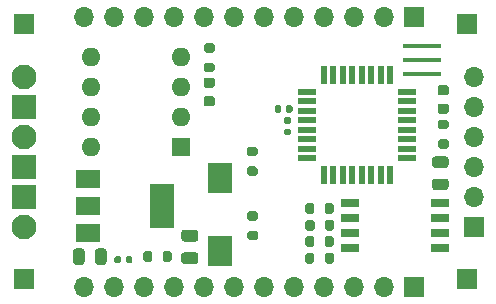
<source format=gbr>
%TF.GenerationSoftware,KiCad,Pcbnew,(5.1.7)-1*%
%TF.CreationDate,2021-02-02T18:20:17+09:00*%
%TF.ProjectId,canboard,63616e62-6f61-4726-942e-6b696361645f,rev?*%
%TF.SameCoordinates,Original*%
%TF.FileFunction,Soldermask,Top*%
%TF.FilePolarity,Negative*%
%FSLAX46Y46*%
G04 Gerber Fmt 4.6, Leading zero omitted, Abs format (unit mm)*
G04 Created by KiCad (PCBNEW (5.1.7)-1) date 2021-02-02 18:20:17*
%MOMM*%
%LPD*%
G01*
G04 APERTURE LIST*
%ADD10R,1.700000X1.700000*%
%ADD11C,2.100000*%
%ADD12R,2.100000X2.100000*%
%ADD13O,1.700000X1.700000*%
%ADD14R,3.200000X0.400000*%
%ADD15O,1.600000X1.600000*%
%ADD16R,1.600000X1.600000*%
%ADD17R,2.000000X1.500000*%
%ADD18R,2.000000X3.800000*%
%ADD19R,0.550000X1.600000*%
%ADD20R,1.600000X0.550000*%
%ADD21R,1.600000X0.760000*%
%ADD22R,2.000000X2.500000*%
G04 APERTURE END LIST*
D10*
%TO.C,REF\u002A\u002A*%
X245445000Y-31115000D03*
%TD*%
%TO.C,REF\u002A\u002A*%
X245445000Y-52705000D03*
%TD*%
%TO.C,REF\u002A\u002A*%
X207980000Y-52705000D03*
%TD*%
%TO.C,REF\u002A\u002A*%
X207980000Y-31115000D03*
%TD*%
D11*
%TO.C,J6*%
X207980000Y-48260000D03*
D12*
X207980000Y-45720000D03*
%TD*%
D10*
%TO.C,J3*%
X241000000Y-53340000D03*
D13*
X238460000Y-53340000D03*
X235920000Y-53340000D03*
X233380000Y-53340000D03*
X230840000Y-53340000D03*
X228300000Y-53340000D03*
X225760000Y-53340000D03*
X223220000Y-53340000D03*
X220680000Y-53340000D03*
X218140000Y-53340000D03*
X215600000Y-53340000D03*
X213060000Y-53340000D03*
%TD*%
D10*
%TO.C,J1*%
X241000000Y-30480000D03*
D13*
X238460000Y-30480000D03*
X235920000Y-30480000D03*
X233380000Y-30480000D03*
X230840000Y-30480000D03*
X228300000Y-30480000D03*
X225760000Y-30480000D03*
X223220000Y-30480000D03*
X220680000Y-30480000D03*
X218140000Y-30480000D03*
X215600000Y-30480000D03*
X213060000Y-30480000D03*
%TD*%
%TO.C,D3*%
G36*
G01*
X242748750Y-44186500D02*
X243661250Y-44186500D01*
G75*
G02*
X243905000Y-44430250I0J-243750D01*
G01*
X243905000Y-44917750D01*
G75*
G02*
X243661250Y-45161500I-243750J0D01*
G01*
X242748750Y-45161500D01*
G75*
G02*
X242505000Y-44917750I0J243750D01*
G01*
X242505000Y-44430250D01*
G75*
G02*
X242748750Y-44186500I243750J0D01*
G01*
G37*
G36*
G01*
X242748750Y-42311500D02*
X243661250Y-42311500D01*
G75*
G02*
X243905000Y-42555250I0J-243750D01*
G01*
X243905000Y-43042750D01*
G75*
G02*
X243661250Y-43286500I-243750J0D01*
G01*
X242748750Y-43286500D01*
G75*
G02*
X242505000Y-43042750I0J243750D01*
G01*
X242505000Y-42555250D01*
G75*
G02*
X242748750Y-42311500I243750J0D01*
G01*
G37*
%TD*%
%TO.C,D2*%
G36*
G01*
X213985500Y-51256250D02*
X213985500Y-50343750D01*
G75*
G02*
X214229250Y-50100000I243750J0D01*
G01*
X214716750Y-50100000D01*
G75*
G02*
X214960500Y-50343750I0J-243750D01*
G01*
X214960500Y-51256250D01*
G75*
G02*
X214716750Y-51500000I-243750J0D01*
G01*
X214229250Y-51500000D01*
G75*
G02*
X213985500Y-51256250I0J243750D01*
G01*
G37*
G36*
G01*
X212110500Y-51256250D02*
X212110500Y-50343750D01*
G75*
G02*
X212354250Y-50100000I243750J0D01*
G01*
X212841750Y-50100000D01*
G75*
G02*
X213085500Y-50343750I0J-243750D01*
G01*
X213085500Y-51256250D01*
G75*
G02*
X212841750Y-51500000I-243750J0D01*
G01*
X212354250Y-51500000D01*
G75*
G02*
X212110500Y-51256250I0J243750D01*
G01*
G37*
%TD*%
D14*
%TO.C,Y1*%
X241635000Y-35363000D03*
X241635000Y-34163000D03*
X241635000Y-32963000D03*
%TD*%
D15*
%TO.C,U3*%
X213614000Y-41529000D03*
X221234000Y-33909000D03*
X213614000Y-38989000D03*
X221234000Y-36449000D03*
X213614000Y-36449000D03*
X221234000Y-38989000D03*
X213614000Y-33909000D03*
D16*
X221234000Y-41529000D03*
%TD*%
D17*
%TO.C,U2*%
X213385000Y-44196000D03*
X213385000Y-48796000D03*
X213385000Y-46496000D03*
D18*
X219685000Y-46496000D03*
%TD*%
D19*
%TO.C,U1*%
X238961000Y-43906000D03*
X238161000Y-43906000D03*
X237361000Y-43906000D03*
X236561000Y-43906000D03*
X235761000Y-43906000D03*
X234961000Y-43906000D03*
X234161000Y-43906000D03*
X233361000Y-43906000D03*
D20*
X231911000Y-42456000D03*
X231911000Y-41656000D03*
X231911000Y-40856000D03*
X231911000Y-40056000D03*
X231911000Y-39256000D03*
X231911000Y-38456000D03*
X231911000Y-37656000D03*
X231911000Y-36856000D03*
D19*
X233361000Y-35406000D03*
X234161000Y-35406000D03*
X234961000Y-35406000D03*
X235761000Y-35406000D03*
X236561000Y-35406000D03*
X237361000Y-35406000D03*
X238161000Y-35406000D03*
X238961000Y-35406000D03*
D20*
X240411000Y-36856000D03*
X240411000Y-37656000D03*
X240411000Y-38456000D03*
X240411000Y-39256000D03*
X240411000Y-40056000D03*
X240411000Y-40856000D03*
X240411000Y-41656000D03*
X240411000Y-42456000D03*
%TD*%
D21*
%TO.C,SW2*%
X243205000Y-46228000D03*
X235585000Y-50038000D03*
X243205000Y-47498000D03*
X235585000Y-48768000D03*
X243205000Y-48768000D03*
X235585000Y-47498000D03*
X243205000Y-50038000D03*
X235585000Y-46228000D03*
%TD*%
D22*
%TO.C,SW1*%
X224536000Y-50292000D03*
X224536000Y-44132000D03*
%TD*%
%TO.C,R19*%
G36*
G01*
X223372000Y-34397000D02*
X223922000Y-34397000D01*
G75*
G02*
X224122000Y-34597000I0J-200000D01*
G01*
X224122000Y-34997000D01*
G75*
G02*
X223922000Y-35197000I-200000J0D01*
G01*
X223372000Y-35197000D01*
G75*
G02*
X223172000Y-34997000I0J200000D01*
G01*
X223172000Y-34597000D01*
G75*
G02*
X223372000Y-34397000I200000J0D01*
G01*
G37*
G36*
G01*
X223372000Y-32747000D02*
X223922000Y-32747000D01*
G75*
G02*
X224122000Y-32947000I0J-200000D01*
G01*
X224122000Y-33347000D01*
G75*
G02*
X223922000Y-33547000I-200000J0D01*
G01*
X223372000Y-33547000D01*
G75*
G02*
X223172000Y-33347000I0J200000D01*
G01*
X223172000Y-32947000D01*
G75*
G02*
X223372000Y-32747000I200000J0D01*
G01*
G37*
%TD*%
%TO.C,R18*%
G36*
G01*
X227605000Y-49421000D02*
X227055000Y-49421000D01*
G75*
G02*
X226855000Y-49221000I0J200000D01*
G01*
X226855000Y-48821000D01*
G75*
G02*
X227055000Y-48621000I200000J0D01*
G01*
X227605000Y-48621000D01*
G75*
G02*
X227805000Y-48821000I0J-200000D01*
G01*
X227805000Y-49221000D01*
G75*
G02*
X227605000Y-49421000I-200000J0D01*
G01*
G37*
G36*
G01*
X227605000Y-47771000D02*
X227055000Y-47771000D01*
G75*
G02*
X226855000Y-47571000I0J200000D01*
G01*
X226855000Y-47171000D01*
G75*
G02*
X227055000Y-46971000I200000J0D01*
G01*
X227605000Y-46971000D01*
G75*
G02*
X227805000Y-47171000I0J-200000D01*
G01*
X227805000Y-47571000D01*
G75*
G02*
X227605000Y-47771000I-200000J0D01*
G01*
G37*
%TD*%
%TO.C,R17*%
G36*
G01*
X218840000Y-50525000D02*
X218840000Y-51075000D01*
G75*
G02*
X218640000Y-51275000I-200000J0D01*
G01*
X218240000Y-51275000D01*
G75*
G02*
X218040000Y-51075000I0J200000D01*
G01*
X218040000Y-50525000D01*
G75*
G02*
X218240000Y-50325000I200000J0D01*
G01*
X218640000Y-50325000D01*
G75*
G02*
X218840000Y-50525000I0J-200000D01*
G01*
G37*
G36*
G01*
X220490000Y-50525000D02*
X220490000Y-51075000D01*
G75*
G02*
X220290000Y-51275000I-200000J0D01*
G01*
X219890000Y-51275000D01*
G75*
G02*
X219690000Y-51075000I0J200000D01*
G01*
X219690000Y-50525000D01*
G75*
G02*
X219890000Y-50325000I200000J0D01*
G01*
X220290000Y-50325000D01*
G75*
G02*
X220490000Y-50525000I0J-200000D01*
G01*
G37*
%TD*%
%TO.C,R15*%
G36*
G01*
X231757000Y-51202000D02*
X231757000Y-50652000D01*
G75*
G02*
X231957000Y-50452000I200000J0D01*
G01*
X232357000Y-50452000D01*
G75*
G02*
X232557000Y-50652000I0J-200000D01*
G01*
X232557000Y-51202000D01*
G75*
G02*
X232357000Y-51402000I-200000J0D01*
G01*
X231957000Y-51402000D01*
G75*
G02*
X231757000Y-51202000I0J200000D01*
G01*
G37*
G36*
G01*
X233407000Y-51202000D02*
X233407000Y-50652000D01*
G75*
G02*
X233607000Y-50452000I200000J0D01*
G01*
X234007000Y-50452000D01*
G75*
G02*
X234207000Y-50652000I0J-200000D01*
G01*
X234207000Y-51202000D01*
G75*
G02*
X234007000Y-51402000I-200000J0D01*
G01*
X233607000Y-51402000D01*
G75*
G02*
X233407000Y-51202000I0J200000D01*
G01*
G37*
%TD*%
%TO.C,R14*%
G36*
G01*
X231757000Y-49805000D02*
X231757000Y-49255000D01*
G75*
G02*
X231957000Y-49055000I200000J0D01*
G01*
X232357000Y-49055000D01*
G75*
G02*
X232557000Y-49255000I0J-200000D01*
G01*
X232557000Y-49805000D01*
G75*
G02*
X232357000Y-50005000I-200000J0D01*
G01*
X231957000Y-50005000D01*
G75*
G02*
X231757000Y-49805000I0J200000D01*
G01*
G37*
G36*
G01*
X233407000Y-49805000D02*
X233407000Y-49255000D01*
G75*
G02*
X233607000Y-49055000I200000J0D01*
G01*
X234007000Y-49055000D01*
G75*
G02*
X234207000Y-49255000I0J-200000D01*
G01*
X234207000Y-49805000D01*
G75*
G02*
X234007000Y-50005000I-200000J0D01*
G01*
X233607000Y-50005000D01*
G75*
G02*
X233407000Y-49805000I0J200000D01*
G01*
G37*
%TD*%
%TO.C,R13*%
G36*
G01*
X233419700Y-48408000D02*
X233419700Y-47858000D01*
G75*
G02*
X233619700Y-47658000I200000J0D01*
G01*
X234019700Y-47658000D01*
G75*
G02*
X234219700Y-47858000I0J-200000D01*
G01*
X234219700Y-48408000D01*
G75*
G02*
X234019700Y-48608000I-200000J0D01*
G01*
X233619700Y-48608000D01*
G75*
G02*
X233419700Y-48408000I0J200000D01*
G01*
G37*
G36*
G01*
X231769700Y-48408000D02*
X231769700Y-47858000D01*
G75*
G02*
X231969700Y-47658000I200000J0D01*
G01*
X232369700Y-47658000D01*
G75*
G02*
X232569700Y-47858000I0J-200000D01*
G01*
X232569700Y-48408000D01*
G75*
G02*
X232369700Y-48608000I-200000J0D01*
G01*
X231969700Y-48608000D01*
G75*
G02*
X231769700Y-48408000I0J200000D01*
G01*
G37*
%TD*%
%TO.C,R12*%
G36*
G01*
X231757000Y-47011000D02*
X231757000Y-46461000D01*
G75*
G02*
X231957000Y-46261000I200000J0D01*
G01*
X232357000Y-46261000D01*
G75*
G02*
X232557000Y-46461000I0J-200000D01*
G01*
X232557000Y-47011000D01*
G75*
G02*
X232357000Y-47211000I-200000J0D01*
G01*
X231957000Y-47211000D01*
G75*
G02*
X231757000Y-47011000I0J200000D01*
G01*
G37*
G36*
G01*
X233407000Y-47011000D02*
X233407000Y-46461000D01*
G75*
G02*
X233607000Y-46261000I200000J0D01*
G01*
X234007000Y-46261000D01*
G75*
G02*
X234207000Y-46461000I0J-200000D01*
G01*
X234207000Y-47011000D01*
G75*
G02*
X234007000Y-47211000I-200000J0D01*
G01*
X233607000Y-47211000D01*
G75*
G02*
X233407000Y-47011000I0J200000D01*
G01*
G37*
%TD*%
%TO.C,R2*%
G36*
G01*
X243734000Y-40024000D02*
X243184000Y-40024000D01*
G75*
G02*
X242984000Y-39824000I0J200000D01*
G01*
X242984000Y-39424000D01*
G75*
G02*
X243184000Y-39224000I200000J0D01*
G01*
X243734000Y-39224000D01*
G75*
G02*
X243934000Y-39424000I0J-200000D01*
G01*
X243934000Y-39824000D01*
G75*
G02*
X243734000Y-40024000I-200000J0D01*
G01*
G37*
G36*
G01*
X243734000Y-41674000D02*
X243184000Y-41674000D01*
G75*
G02*
X242984000Y-41474000I0J200000D01*
G01*
X242984000Y-41074000D01*
G75*
G02*
X243184000Y-40874000I200000J0D01*
G01*
X243734000Y-40874000D01*
G75*
G02*
X243934000Y-41074000I0J-200000D01*
G01*
X243934000Y-41474000D01*
G75*
G02*
X243734000Y-41674000I-200000J0D01*
G01*
G37*
%TD*%
%TO.C,R1*%
G36*
G01*
X227009000Y-43160000D02*
X227559000Y-43160000D01*
G75*
G02*
X227759000Y-43360000I0J-200000D01*
G01*
X227759000Y-43760000D01*
G75*
G02*
X227559000Y-43960000I-200000J0D01*
G01*
X227009000Y-43960000D01*
G75*
G02*
X226809000Y-43760000I0J200000D01*
G01*
X226809000Y-43360000D01*
G75*
G02*
X227009000Y-43160000I200000J0D01*
G01*
G37*
G36*
G01*
X227009000Y-41510000D02*
X227559000Y-41510000D01*
G75*
G02*
X227759000Y-41710000I0J-200000D01*
G01*
X227759000Y-42110000D01*
G75*
G02*
X227559000Y-42310000I-200000J0D01*
G01*
X227009000Y-42310000D01*
G75*
G02*
X226809000Y-42110000I0J200000D01*
G01*
X226809000Y-41710000D01*
G75*
G02*
X227009000Y-41510000I200000J0D01*
G01*
G37*
%TD*%
D12*
%TO.C,J5*%
X207980000Y-38100000D03*
D11*
X207980000Y-35560000D03*
%TD*%
D12*
%TO.C,J4*%
X207980000Y-43180000D03*
D11*
X207980000Y-40640000D03*
%TD*%
D13*
%TO.C,J2*%
X246080000Y-35560000D03*
X246080000Y-38100000D03*
X246080000Y-40640000D03*
X246080000Y-43180000D03*
X246080000Y-45720000D03*
D10*
X246080000Y-48260000D03*
%TD*%
%TO.C,D4*%
G36*
G01*
X223903250Y-36505500D02*
X223390750Y-36505500D01*
G75*
G02*
X223172000Y-36286750I0J218750D01*
G01*
X223172000Y-35849250D01*
G75*
G02*
X223390750Y-35630500I218750J0D01*
G01*
X223903250Y-35630500D01*
G75*
G02*
X224122000Y-35849250I0J-218750D01*
G01*
X224122000Y-36286750D01*
G75*
G02*
X223903250Y-36505500I-218750J0D01*
G01*
G37*
G36*
G01*
X223903250Y-38080500D02*
X223390750Y-38080500D01*
G75*
G02*
X223172000Y-37861750I0J218750D01*
G01*
X223172000Y-37424250D01*
G75*
G02*
X223390750Y-37205500I218750J0D01*
G01*
X223903250Y-37205500D01*
G75*
G02*
X224122000Y-37424250I0J-218750D01*
G01*
X224122000Y-37861750D01*
G75*
G02*
X223903250Y-38080500I-218750J0D01*
G01*
G37*
%TD*%
%TO.C,D1*%
G36*
G01*
X243202750Y-37840500D02*
X243715250Y-37840500D01*
G75*
G02*
X243934000Y-38059250I0J-218750D01*
G01*
X243934000Y-38496750D01*
G75*
G02*
X243715250Y-38715500I-218750J0D01*
G01*
X243202750Y-38715500D01*
G75*
G02*
X242984000Y-38496750I0J218750D01*
G01*
X242984000Y-38059250D01*
G75*
G02*
X243202750Y-37840500I218750J0D01*
G01*
G37*
G36*
G01*
X243202750Y-36265500D02*
X243715250Y-36265500D01*
G75*
G02*
X243934000Y-36484250I0J-218750D01*
G01*
X243934000Y-36921750D01*
G75*
G02*
X243715250Y-37140500I-218750J0D01*
G01*
X243202750Y-37140500D01*
G75*
G02*
X242984000Y-36921750I0J218750D01*
G01*
X242984000Y-36484250D01*
G75*
G02*
X243202750Y-36265500I218750J0D01*
G01*
G37*
%TD*%
%TO.C,C9*%
G36*
G01*
X221521000Y-50422000D02*
X222471000Y-50422000D01*
G75*
G02*
X222721000Y-50672000I0J-250000D01*
G01*
X222721000Y-51172000D01*
G75*
G02*
X222471000Y-51422000I-250000J0D01*
G01*
X221521000Y-51422000D01*
G75*
G02*
X221271000Y-51172000I0J250000D01*
G01*
X221271000Y-50672000D01*
G75*
G02*
X221521000Y-50422000I250000J0D01*
G01*
G37*
G36*
G01*
X221521000Y-48522000D02*
X222471000Y-48522000D01*
G75*
G02*
X222721000Y-48772000I0J-250000D01*
G01*
X222721000Y-49272000D01*
G75*
G02*
X222471000Y-49522000I-250000J0D01*
G01*
X221521000Y-49522000D01*
G75*
G02*
X221271000Y-49272000I0J250000D01*
G01*
X221271000Y-48772000D01*
G75*
G02*
X221521000Y-48522000I250000J0D01*
G01*
G37*
%TD*%
%TO.C,C4*%
G36*
G01*
X216180000Y-50884000D02*
X216180000Y-51224000D01*
G75*
G02*
X216040000Y-51364000I-140000J0D01*
G01*
X215760000Y-51364000D01*
G75*
G02*
X215620000Y-51224000I0J140000D01*
G01*
X215620000Y-50884000D01*
G75*
G02*
X215760000Y-50744000I140000J0D01*
G01*
X216040000Y-50744000D01*
G75*
G02*
X216180000Y-50884000I0J-140000D01*
G01*
G37*
G36*
G01*
X217140000Y-50884000D02*
X217140000Y-51224000D01*
G75*
G02*
X217000000Y-51364000I-140000J0D01*
G01*
X216720000Y-51364000D01*
G75*
G02*
X216580000Y-51224000I0J140000D01*
G01*
X216580000Y-50884000D01*
G75*
G02*
X216720000Y-50744000I140000J0D01*
G01*
X217000000Y-50744000D01*
G75*
G02*
X217140000Y-50884000I0J-140000D01*
G01*
G37*
%TD*%
%TO.C,C2*%
G36*
G01*
X229736100Y-38120500D02*
X229736100Y-38460500D01*
G75*
G02*
X229596100Y-38600500I-140000J0D01*
G01*
X229316100Y-38600500D01*
G75*
G02*
X229176100Y-38460500I0J140000D01*
G01*
X229176100Y-38120500D01*
G75*
G02*
X229316100Y-37980500I140000J0D01*
G01*
X229596100Y-37980500D01*
G75*
G02*
X229736100Y-38120500I0J-140000D01*
G01*
G37*
G36*
G01*
X230696100Y-38120500D02*
X230696100Y-38460500D01*
G75*
G02*
X230556100Y-38600500I-140000J0D01*
G01*
X230276100Y-38600500D01*
G75*
G02*
X230136100Y-38460500I0J140000D01*
G01*
X230136100Y-38120500D01*
G75*
G02*
X230276100Y-37980500I140000J0D01*
G01*
X230556100Y-37980500D01*
G75*
G02*
X230696100Y-38120500I0J-140000D01*
G01*
G37*
%TD*%
%TO.C,C1*%
G36*
G01*
X230093700Y-39963700D02*
X230433700Y-39963700D01*
G75*
G02*
X230573700Y-40103700I0J-140000D01*
G01*
X230573700Y-40383700D01*
G75*
G02*
X230433700Y-40523700I-140000J0D01*
G01*
X230093700Y-40523700D01*
G75*
G02*
X229953700Y-40383700I0J140000D01*
G01*
X229953700Y-40103700D01*
G75*
G02*
X230093700Y-39963700I140000J0D01*
G01*
G37*
G36*
G01*
X230093700Y-39003700D02*
X230433700Y-39003700D01*
G75*
G02*
X230573700Y-39143700I0J-140000D01*
G01*
X230573700Y-39423700D01*
G75*
G02*
X230433700Y-39563700I-140000J0D01*
G01*
X230093700Y-39563700D01*
G75*
G02*
X229953700Y-39423700I0J140000D01*
G01*
X229953700Y-39143700D01*
G75*
G02*
X230093700Y-39003700I140000J0D01*
G01*
G37*
%TD*%
M02*

</source>
